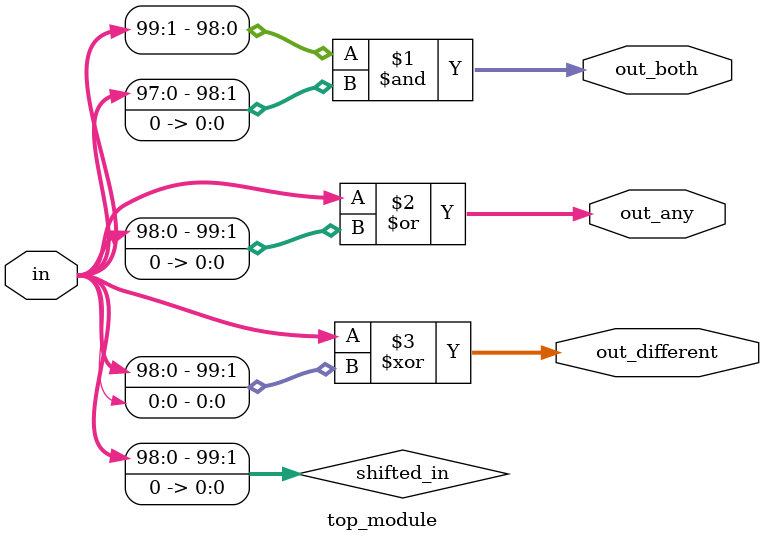
<source format=sv>
module top_module (
	input [99:0] in,
	output [98:0] out_both,
	output [99:0] out_any,
	output [99:0] out_different
);

wire [99:0] shifted_in;

assign shifted_in = {in[98:0], 1'b0};

assign out_both = in[99:1] & shifted_in[98:0];
assign out_any = in | shifted_in;
assign out_different = in ^ {shifted_in[99:1], in[0]};

endmodule

</source>
